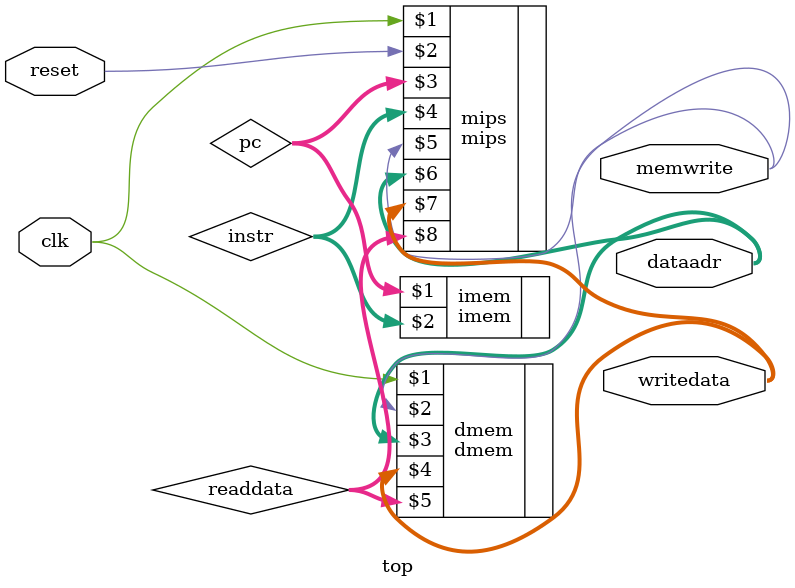
<source format=v>
`include "dmem.v"
`include "imem.v"
`include "mips.v"
module top(clk,reset,writedata,dataadr,memwrite);

input clk, reset; 
output [31:0] writedata, dataadr; 
output memwrite;
wire [31:0] pc, instr, readdata;
  
  // instantiate processor and memories
mips mips(clk, reset, pc, instr, memwrite, dataadr, writedata, readdata);
imem imem(pc, instr);
dmem dmem(clk, memwrite, dataadr, writedata, readdata);


endmodule
</source>
